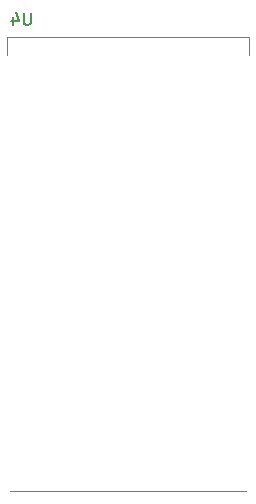
<source format=gbo>
G04 #@! TF.GenerationSoftware,KiCad,Pcbnew,7.0.5-0*
G04 #@! TF.CreationDate,2023-07-15T01:27:44-04:00*
G04 #@! TF.ProjectId,strato_connect,73747261-746f-45f6-936f-6e6e6563742e,rev?*
G04 #@! TF.SameCoordinates,Original*
G04 #@! TF.FileFunction,Legend,Bot*
G04 #@! TF.FilePolarity,Positive*
%FSLAX46Y46*%
G04 Gerber Fmt 4.6, Leading zero omitted, Abs format (unit mm)*
G04 Created by KiCad (PCBNEW 7.0.5-0) date 2023-07-15 01:27:44*
%MOMM*%
%LPD*%
G01*
G04 APERTURE LIST*
%ADD10C,0.150000*%
%ADD11C,0.120000*%
%ADD12C,2.050000*%
%ADD13C,2.250000*%
%ADD14C,1.000000*%
%ADD15C,0.800000*%
%ADD16C,6.400000*%
%ADD17R,2.400000X1.500000*%
G04 APERTURE END LIST*
D10*
X151071904Y-56504819D02*
X151071904Y-57314342D01*
X151071904Y-57314342D02*
X151024285Y-57409580D01*
X151024285Y-57409580D02*
X150976666Y-57457200D01*
X150976666Y-57457200D02*
X150881428Y-57504819D01*
X150881428Y-57504819D02*
X150690952Y-57504819D01*
X150690952Y-57504819D02*
X150595714Y-57457200D01*
X150595714Y-57457200D02*
X150548095Y-57409580D01*
X150548095Y-57409580D02*
X150500476Y-57314342D01*
X150500476Y-57314342D02*
X150500476Y-56504819D01*
X149595714Y-56838152D02*
X149595714Y-57504819D01*
X149833809Y-56457200D02*
X150071904Y-57171485D01*
X150071904Y-57171485D02*
X149452857Y-57171485D01*
D11*
X169560000Y-60050000D02*
X169560000Y-58550000D01*
X169560000Y-58550000D02*
X169560000Y-60050000D01*
X169560000Y-58550000D02*
X168060000Y-58550000D01*
X169310000Y-97000000D02*
X149310000Y-97000000D01*
X168060000Y-58550000D02*
X149060000Y-58550000D01*
X149060000Y-58550000D02*
X149060000Y-60050000D01*
%LPC*%
D12*
X175133000Y-63800000D03*
D13*
X172593000Y-61260000D03*
X172593000Y-66340000D03*
X177673000Y-61260000D03*
X177673000Y-66340000D03*
D14*
X153615000Y-77680000D03*
D15*
X172100000Y-94500000D03*
X172802944Y-92802944D03*
X172802944Y-96197056D03*
X174500000Y-92100000D03*
D16*
X174500000Y-94500000D03*
D15*
X174500000Y-96900000D03*
X176197056Y-92802944D03*
X176197056Y-96197056D03*
X176900000Y-94500000D03*
D14*
X151075000Y-77680000D03*
D15*
X141986000Y-94500000D03*
X142688944Y-92802944D03*
X142688944Y-96197056D03*
X144386000Y-92100000D03*
D16*
X144386000Y-94500000D03*
D15*
X144386000Y-96900000D03*
X146083056Y-92802944D03*
X146083056Y-96197056D03*
X146786000Y-94500000D03*
X142000000Y-61200000D03*
X142702944Y-59502944D03*
X142702944Y-62897056D03*
X144400000Y-58800000D03*
D16*
X144400000Y-61200000D03*
D15*
X144400000Y-63600000D03*
X146097056Y-59502944D03*
X146097056Y-62897056D03*
X146800000Y-61200000D03*
D14*
X158695000Y-77680000D03*
X161235000Y-77680000D03*
X156155000Y-77680000D03*
D17*
X168760000Y-63800000D03*
X168760000Y-67800000D03*
X168760000Y-71800000D03*
X168760000Y-75800000D03*
X168760000Y-79800000D03*
X168760000Y-83800000D03*
X168760000Y-87800000D03*
X168760000Y-91800000D03*
X149910000Y-91800000D03*
X149910000Y-87800000D03*
X149910000Y-83800000D03*
X149910000Y-79800000D03*
X149910000Y-75800000D03*
X149910000Y-71800000D03*
X149910000Y-67800000D03*
X149910000Y-63800000D03*
%LPD*%
M02*

</source>
